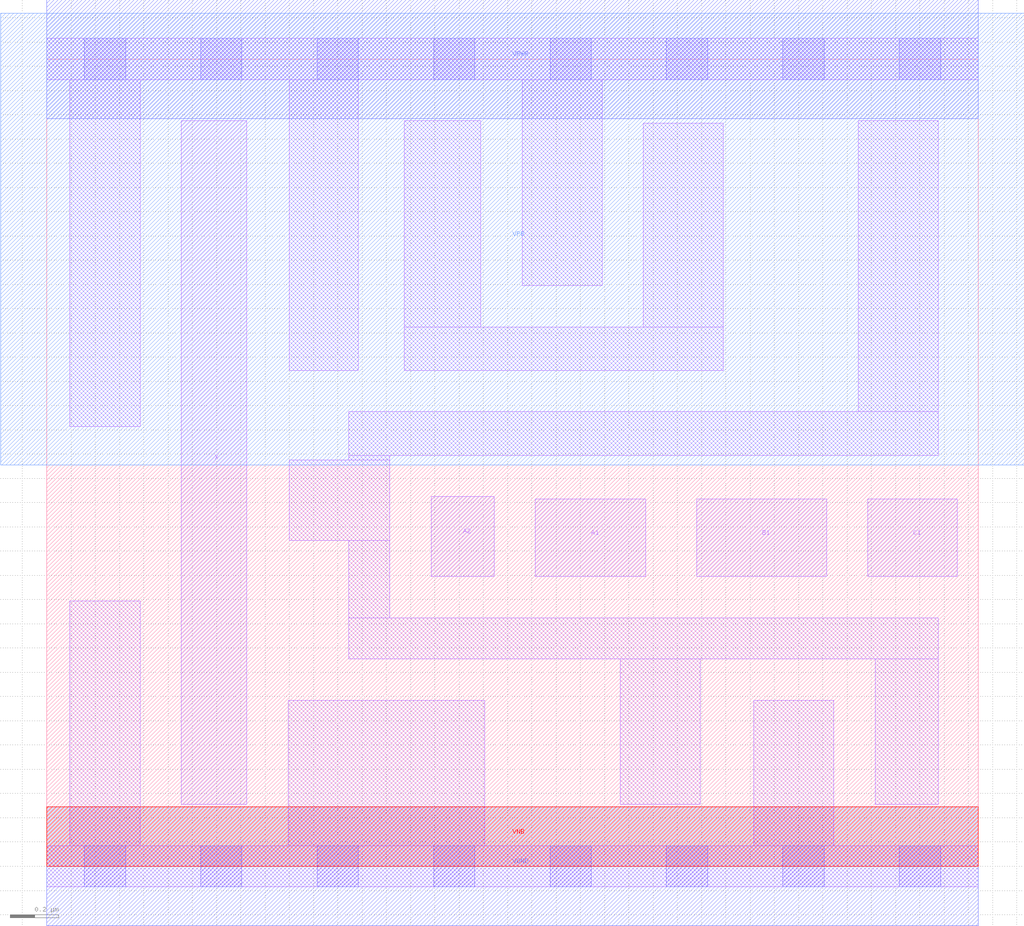
<source format=lef>
# Copyright 2020 The SkyWater PDK Authors
#
# Licensed under the Apache License, Version 2.0 (the "License");
# you may not use this file except in compliance with the License.
# You may obtain a copy of the License at
#
#     https://www.apache.org/licenses/LICENSE-2.0
#
# Unless required by applicable law or agreed to in writing, software
# distributed under the License is distributed on an "AS IS" BASIS,
# WITHOUT WARRANTIES OR CONDITIONS OF ANY KIND, either express or implied.
# See the License for the specific language governing permissions and
# limitations under the License.
#
# SPDX-License-Identifier: Apache-2.0

VERSION 5.7 ;
  NOWIREEXTENSIONATPIN ON ;
  DIVIDERCHAR "/" ;
  BUSBITCHARS "[]" ;
MACRO sky130_fd_sc_lp__a211o_2
  CLASS CORE ;
  FOREIGN sky130_fd_sc_lp__a211o_2 ;
  ORIGIN  0.000000  0.000000 ;
  SIZE  3.840000 BY  3.330000 ;
  SYMMETRY X Y R90 ;
  SITE unit ;
  PIN A1
    ANTENNAGATEAREA  0.315000 ;
    DIRECTION INPUT ;
    USE SIGNAL ;
    PORT
      LAYER li1 ;
        RECT 2.015000 1.195000 2.470000 1.515000 ;
    END
  END A1
  PIN A2
    ANTENNAGATEAREA  0.315000 ;
    DIRECTION INPUT ;
    USE SIGNAL ;
    PORT
      LAYER li1 ;
        RECT 1.585000 1.195000 1.845000 1.525000 ;
    END
  END A2
  PIN B1
    ANTENNAGATEAREA  0.315000 ;
    DIRECTION INPUT ;
    USE SIGNAL ;
    PORT
      LAYER li1 ;
        RECT 2.680000 1.195000 3.215000 1.515000 ;
    END
  END B1
  PIN C1
    ANTENNAGATEAREA  0.315000 ;
    DIRECTION INPUT ;
    USE SIGNAL ;
    PORT
      LAYER li1 ;
        RECT 3.385000 1.195000 3.755000 1.515000 ;
    END
  END C1
  PIN X
    ANTENNADIFFAREA  0.588000 ;
    DIRECTION OUTPUT ;
    USE SIGNAL ;
    PORT
      LAYER li1 ;
        RECT 0.555000 0.255000 0.825000 3.075000 ;
    END
  END X
  PIN VGND
    DIRECTION INOUT ;
    USE GROUND ;
    PORT
      LAYER met1 ;
        RECT 0.000000 -0.245000 3.840000 0.245000 ;
    END
  END VGND
  PIN VNB
    DIRECTION INOUT ;
    USE GROUND ;
    PORT
      LAYER pwell ;
        RECT 0.000000 0.000000 3.840000 0.245000 ;
    END
  END VNB
  PIN VPB
    DIRECTION INOUT ;
    USE POWER ;
    PORT
      LAYER nwell ;
        RECT -0.190000 1.655000 4.030000 3.520000 ;
    END
  END VPB
  PIN VPWR
    DIRECTION INOUT ;
    USE POWER ;
    PORT
      LAYER met1 ;
        RECT 0.000000 3.085000 3.840000 3.575000 ;
    END
  END VPWR
  OBS
    LAYER li1 ;
      RECT 0.000000 -0.085000 3.840000 0.085000 ;
      RECT 0.000000  3.245000 3.840000 3.415000 ;
      RECT 0.095000  0.085000 0.385000 1.095000 ;
      RECT 0.095000  1.815000 0.385000 3.245000 ;
      RECT 0.995000  0.085000 1.805000 0.685000 ;
      RECT 1.000000  1.345000 1.415000 1.675000 ;
      RECT 1.000000  2.045000 1.285000 3.245000 ;
      RECT 1.245000  0.855000 3.675000 1.025000 ;
      RECT 1.245000  1.025000 1.415000 1.345000 ;
      RECT 1.245000  1.675000 1.415000 1.695000 ;
      RECT 1.245000  1.695000 3.675000 1.875000 ;
      RECT 1.475000  2.045000 2.790000 2.225000 ;
      RECT 1.475000  2.225000 1.790000 3.075000 ;
      RECT 1.960000  2.395000 2.290000 3.245000 ;
      RECT 2.365000  0.255000 2.695000 0.855000 ;
      RECT 2.460000  2.225000 2.790000 3.065000 ;
      RECT 2.915000  0.085000 3.245000 0.685000 ;
      RECT 3.345000  1.875000 3.675000 3.075000 ;
      RECT 3.415000  0.255000 3.675000 0.855000 ;
    LAYER mcon ;
      RECT 0.155000 -0.085000 0.325000 0.085000 ;
      RECT 0.155000  3.245000 0.325000 3.415000 ;
      RECT 0.635000 -0.085000 0.805000 0.085000 ;
      RECT 0.635000  3.245000 0.805000 3.415000 ;
      RECT 1.115000 -0.085000 1.285000 0.085000 ;
      RECT 1.115000  3.245000 1.285000 3.415000 ;
      RECT 1.595000 -0.085000 1.765000 0.085000 ;
      RECT 1.595000  3.245000 1.765000 3.415000 ;
      RECT 2.075000 -0.085000 2.245000 0.085000 ;
      RECT 2.075000  3.245000 2.245000 3.415000 ;
      RECT 2.555000 -0.085000 2.725000 0.085000 ;
      RECT 2.555000  3.245000 2.725000 3.415000 ;
      RECT 3.035000 -0.085000 3.205000 0.085000 ;
      RECT 3.035000  3.245000 3.205000 3.415000 ;
      RECT 3.515000 -0.085000 3.685000 0.085000 ;
      RECT 3.515000  3.245000 3.685000 3.415000 ;
  END
END sky130_fd_sc_lp__a211o_2
END LIBRARY

</source>
